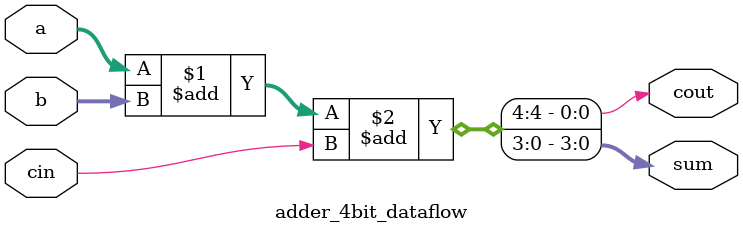
<source format=v>
/*----------------gate level modeling-------------------*/
module half_adder (x, y, s, c);
input x, y;
output s, c;

// gate level
xor xor1(s, x, y);
and and1(c, x, y);
    
endmodule


// half adder를 이용한 full adder
module full_adder (x, y, cin, s, cout);
input x, y, cin;
output s, cout;

wire s1, c1, c2;

half_adder ha1(x, y, s1, c1);
half_adder ha2(.x(cin), .y(s1), .s(s), .c(c2));
or(cout, c1, c2);
    
endmodule

// 그냥 full adder 자체를 설계
module full_adder2 (x, y, cin, s, cout);

input x, y, cin;
output s, cout;

wire s1, c1, c2, c3;

xor xor1(s1, x, y);
and and1(c1, x, y);
and and2(c2, x, cin);
and and3(c3, y, cin);

xor xor2(s, s1, cin);
or or1(cout, c1, c2, c3);
endmodule

// full adder를 이용한 4비트 가산기
module four_bit_adder (x, y, cin, sum, cout);
input[3:0] x, y;
input cin;

output[3:0] sum;
output cout;

// glue logic: 4bit full_adder 사이에 cout을 대체해줌
wire c1, c2, c3;

full_adder fa1(.x(x[0]), .y(y[0]), .cin(cin), .s(s[0]), .cout(c1));
full_adder fa1(.x(x[1]), .y(y[1]), .cin(c1),  .s(s[1]), .cout(c2));
full_adder fa1(.x(x[2]), .y(y[2]), .cin(c2),  .s(s[2]), .cout(c3));
full_adder fa1(.x(x[3]), .y(y[3]), .cin(c3),  .s(s[3]), .cout(cout));
    
endmodule

/*----------------data flow modeling-------------------*/
module adder_4bit_dataflow (a, b, cin, sum, cout);
input[3:0] a, b;
input cin;

output[3:0] sum;
output cout;

assign {cout, sum} = a+b+cin;
    
endmodule
</source>
